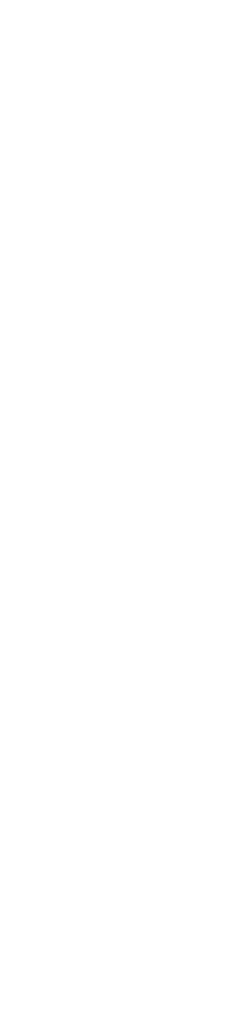
<source format=gbr>
G75*
G71*
%MOMM*%
%OFA0B0*%
%FSLAX53Y53*%
%IPPOS*%
%LPD*%
%ADD16C,0.30000*%
%ADD37C,0.10000*%
%ADD42C,0.15000*%
X0000000Y0000000D02*
G01*
D80*
X0040128Y0000000D02*
X0000000Y0000000D01*
X0000000Y0000000D02*
X0000000Y0019808D01*
X0000000Y0019808D02*
X0040128Y0019808D01*
X0040128Y0000000D02*
X0040128Y0019808D01*
X0000000Y0019810D02*
G01*
D80*
D80*
X0040128Y0019810D02*
X0000000Y0019810D01*
X0000000Y0049778D02*
X0000000Y0019810D01*
X0040128Y0049778D02*
X0000000Y0049778D01*
X0040128Y0019810D02*
X0040128Y0049778D01*
X0000000Y0049780D02*
G01*
D80*
D80*
X0000000Y0100072D02*
X0000000Y0049780D01*
X0040132Y0100072D02*
X0000000Y0100072D01*
X0040132Y0049780D02*
X0040132Y0100072D01*
X0040132Y0049780D02*
X0000000Y0049780D01*
X0000000Y0100070D02*
G01*
D80*
D80*
X0040132Y0100070D02*
X0000000Y0100070D01*
X0040132Y0130042D02*
X0040132Y0100070D01*
X0000000Y0130042D02*
X0040132Y0130042D01*
X0000000Y0100070D02*
X0000000Y0130042D01*
X0000000Y0130040D02*
G01*
D80*
X0000000Y0170172D02*
X0000000Y0130040D01*
X0040132Y0170172D02*
X0000000Y0170172D01*
X0040132Y0130040D02*
X0040132Y0170172D01*
X0000000Y0130040D02*
X0040132Y0130040D01*
M02*

</source>
